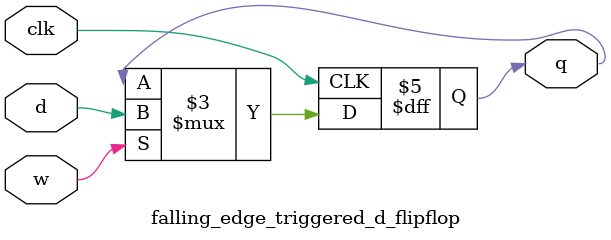
<source format=v>
module falling_edge_triggered_d_flipflop(
    input d, w, clk,
    output reg q);

    initial begin
        q = 0;
    end

    always @(negedge clk) begin
        if(w)
            q <= d;
    end
endmodule
</source>
